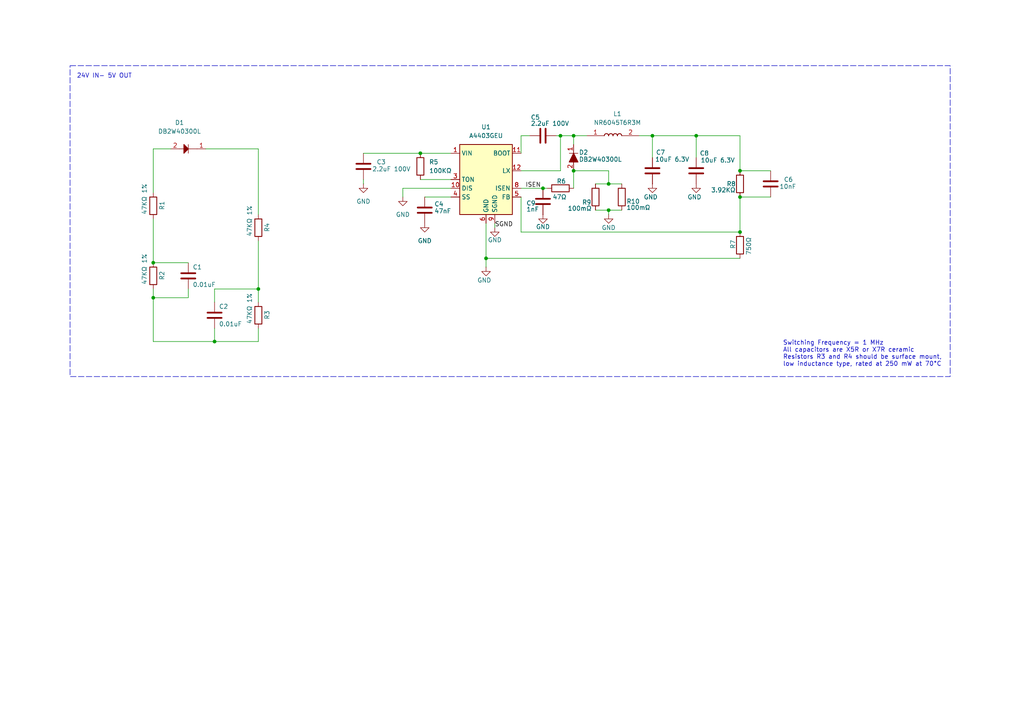
<source format=kicad_sch>
(kicad_sch (version 20231120) (generator "eeschema") (generator_version "8.0")
  (paper "A4")
  (lib_symbols
    (symbol "C_1" (pin_numbers hide) (pin_names (offset 0.254))
      (property "Reference" "C9" (at -4.826 -0.508 0))
      (property "Value" "1nF" (at -4.826 -2.286 0))
      (symbol "C_1_0_1"
        (polyline (pts (xy -2.032 -0.762) (xy 2.032 -0.762)) (stroke (width 0.508)))
        (polyline (pts (xy -2.032 0.762) (xy 2.032 0.762)) (stroke (width 0.508)))
      )
      (symbol "C_1_1_1"
        (pin passive line (at 0 3.81 270) (length 2.794) (name "~") (number "1"))
        (pin passive line (at 0 -3.81 90) (length 2.794) (name "~") (number "2"))
      )
    )
    (symbol "DB2W40300L:DB2W40300L" (pin_names (offset 0.762))
      (property "Reference" "D1" (at 7.62 -7.62 0))
      (property "Value" "DB2W40300L" (at 7.62 -5.08 0))
      (symbol "DB2W40300L_0_0"
        (pin passive line (at 0 0 0) (length 2.54) (name "~") (number "1"))
        (pin passive line (at 10.16 0 180) (length 2.54) (name "~") (number "2"))
      )
      (symbol "DB2W40300L_0_1"
        (polyline (pts (xy 2.54 0) (xy 5.08 0)) (stroke (width 0.1524)))
        (polyline (pts (xy 5.08 1.27) (xy 5.08 -1.27)) (stroke (width 0.1524)))
        (polyline (pts (xy 6.35 0) (xy 7.62 0)) (stroke (width 0.1524)))
        (polyline (pts (xy 5.08 0) (xy 6.35 1.27) (xy 6.35 -1.27) (xy 5.08 0)) (stroke (width 0.254)) (fill (type outline)))
      )
    )
    (symbol "DB2W40300L_1" (pin_names (offset 0.762))
      (property "Reference" "D2" (at 4.826 1.524 90))
      (property "Value" "DB2W40300L" (at 6.858 1.524 90))
      (symbol "DB2W40300L_1_0_0"
        (pin passive line (at 2.54 0 0) (length 2.54) (name "~") (number "1"))
        (pin passive line (at 10.16 0 180) (length 2.54) (name "~") (number "2"))
      )
      (symbol "DB2W40300L_1_0_1"
        (polyline (pts (xy 5.08 1.27) (xy 5.08 -1.27)) (stroke (width 0.1524)))
        (polyline (pts (xy 5.08 0) (xy 7.62 1.27) (xy 7.62 -1.27) (xy 5.08 0)) (stroke (width 0.254)) (fill (type outline)))
      )
    )
    (symbol "Device:C" (pin_numbers hide) (pin_names (offset 0.254))
      (property "Reference" "C" (at 0.635 2.54 0))
      (property "Value" "C" (at 0.635 -2.54 0))
      (symbol "C_0_1"
        (polyline (pts (xy -2.032 -0.762) (xy 2.032 -0.762)) (stroke (width 0.508)))
        (polyline (pts (xy -2.032 0.762) (xy 2.032 0.762)) (stroke (width 0.508)))
      )
      (symbol "C_1_1"
        (pin passive line (at 0 3.81 270) (length 2.794) (name "~") (number "1"))
        (pin passive line (at 0 -3.81 90) (length 2.794) (name "~") (number "2"))
      )
    )
    (symbol "Device:R" (pin_numbers hide) (pin_names (offset 0))
      (property "Reference" "R" (at 2.032 0 90))
      (property "Value" "R" (at 0 0 90))
      (symbol "R_0_1"
        (rectangle (start -1.016 -2.54) (end 1.016 2.54) (stroke (width 0.254)))
      )
      (symbol "R_1_1"
        (pin passive line (at 0 3.81 270) (length 1.27) (name "~") (number "1"))
        (pin passive line (at 0 -3.81 90) (length 1.27) (name "~") (number "2"))
      )
    )
    (symbol "NR6045T6R3M:NR6045T6R3M" (pin_names hide)
      (property "Reference" "L1" (at 10.16 6.35 0))
      (property "Value" "NR6045T6R3M" (at 10.16 3.81 0))
      (symbol "NR6045T6R3M_1_1"
        (arc (start 7.62 0) (mid 6.985 0.6103) (end 6.35 0) (stroke (width 0.254)))
        (arc (start 8.89 0) (mid 8.255 0.6103) (end 7.62 0) (stroke (width 0.254)))
        (arc (start 10.16 0) (mid 9.525 0.6103) (end 8.89 0) (stroke (width 0.254)))
        (arc (start 11.43 0) (mid 10.795 0.6103) (end 10.16 0) (stroke (width 0.254)))
        (pin passive line (at 1.27 0 0) (length 5.08) (name "1") (number "1"))
        (pin passive line (at 16.51 0 180) (length 5.08) (name "2") (number "2"))
      )
    )
    (symbol "Regulator_Switching:A4403GEU"
      (property "Reference" "U" (at -6.35 11.43 0))
      (property "Value" "A4403GEU" (at -2.54 11.43 0))
      (symbol "A4403GEU_0_1"
        (rectangle (start -7.62 10.16) (end 7.62 -10.16) (stroke (width 0.254)) (fill (type background)))
      )
      (symbol "A4403GEU_1_1"
        (pin power_in line (at -10.16 7.62 0) (length 2.54) (name "VIN") (number "1"))
        (pin input line (at -10.16 -2.54 0) (length 2.54) (name "DIS") (number "10"))
        (pin passive line (at 10.16 7.62 180) (length 2.54) (name "BOOT") (number "11"))
        (pin passive line (at 10.16 2.54 180) (length 2.54) (name "LX") (number "12"))
        (pin passive line (at 0 -12.7 90) (length 2.54) hide (name "GND") (number "13"))
        (pin passive line (at 0 -12.7 90) (length 2.54) hide (name "GND") (number "14"))
        (pin passive line (at 0 -12.7 90) (length 2.54) hide (name "GND") (number "15"))
        (pin passive line (at 0 -12.7 90) (length 2.54) hide (name "GND") (number "16"))
        (pin passive line (at 0 -12.7 90) (length 2.54) hide (name "GND") (number "17"))
        (pin passive line (at 0 -12.7 90) (length 2.54) hide (name "GND") (number "2"))
        (pin passive line (at -10.16 0 0) (length 2.54) (name "TON") (number "3"))
        (pin passive line (at -10.16 -5.08 0) (length 2.54) (name "SS") (number "4"))
        (pin passive line (at 10.16 -5.08 180) (length 2.54) (name "FB") (number "5"))
        (pin power_in line (at 0 -12.7 90) (length 2.54) (name "GND") (number "6"))
        (pin passive line (at 0 -12.7 90) (length 2.54) hide (name "GND") (number "7"))
        (pin passive line (at 10.16 -2.54 180) (length 2.54) (name "ISEN") (number "8"))
        (pin passive line (at 2.54 -12.7 90) (length 2.54) (name "SGND") (number "9"))
      )
    )
    (symbol "power:GND" (power) (pin_numbers hide) (pin_names (offset 0) hide)
      (property "Value" "GND" (at 0 -3.81 0))
      (symbol "GND_0_1"
        (polyline (pts (xy 0 0) (xy 0 -1.27) (xy 1.27 -1.27) (xy 0 -2.54) (xy -1.27 -1.27) (xy 0 -1.27)))
      )
      (symbol "GND_1_1"
        (pin power_in line (at 0 0 270) (length 0) (name "~") (number "1"))
      )
    )
  )
  (junction (at 166.37 39.37))
  (junction (at 74.93 83.82))
  (junction (at 44.45 86.36))
  (junction (at 62.23 99.06))
  (junction (at 214.63 67.31))
  (junction (at 157.48 54.61))
  (junction (at 162.56 39.37))
  (junction (at 214.63 49.53))
  (junction (at 176.53 53.34))
  (junction (at 121.92 44.45))
  (junction (at 189.23 39.37))
  (junction (at 176.53 60.96))
  (junction (at 201.93 39.37))
  (junction (at 214.63 57.15))
  (junction (at 44.45 76.2))
  (junction (at 140.97 74.93))
  (junction (at 166.37 49.53))
  (wire (pts (xy 74.93 69.85) (xy 74.93 83.82)))
  (wire (pts (xy 214.63 39.37) (xy 214.63 49.53)))
  (wire (pts (xy 140.97 74.93) (xy 214.63 74.93)))
  (wire (pts (xy 44.45 63.5) (xy 44.45 76.2)))
  (wire (pts (xy 176.53 53.34) (xy 176.53 49.53)))
  (wire (pts (xy 176.53 53.34) (xy 180.34 53.34)))
  (wire (pts (xy 176.53 60.96) (xy 180.34 60.96)))
  (wire (pts (xy 161.29 39.37) (xy 162.56 39.37)))
  (wire (pts (xy 140.97 64.77) (xy 140.97 74.93)))
  (wire (pts (xy 74.93 43.18) (xy 59.69 43.18)))
  (wire (pts (xy 176.53 62.23) (xy 176.53 60.96)))
  (wire (pts (xy 151.13 44.45) (xy 151.13 39.37)))
  (wire (pts (xy 44.45 99.06) (xy 44.45 86.36)))
  (wire (pts (xy 74.93 99.06) (xy 62.23 99.06)))
  (wire (pts (xy 151.13 57.15) (xy 151.13 67.31)))
  (wire (pts (xy 157.48 54.61) (xy 158.75 54.61)))
  (wire (pts (xy 62.23 87.63) (xy 62.23 83.82)))
  (wire (pts (xy 62.23 99.06) (xy 62.23 95.25)))
  (wire (pts (xy 44.45 76.2) (xy 54.61 76.2)))
  (wire (pts (xy 214.63 57.15) (xy 223.52 57.15)))
  (wire (pts (xy 151.13 67.31) (xy 214.63 67.31)))
  (wire (pts (xy 151.13 49.53) (xy 162.56 49.53)))
  (wire (pts (xy 54.61 83.82) (xy 54.61 86.36)))
  (wire (pts (xy 130.81 54.61) (xy 116.84 54.61)))
  (wire (pts (xy 185.42 39.37) (xy 189.23 39.37)))
  (wire (pts (xy 189.23 45.72) (xy 189.23 39.37)))
  (wire (pts (xy 162.56 39.37) (xy 166.37 39.37)))
  (wire (pts (xy 176.53 49.53) (xy 166.37 49.53)))
  (wire (pts (xy 201.93 39.37) (xy 214.63 39.37)))
  (wire (pts (xy 116.84 54.61) (xy 116.84 57.15)))
  (wire (pts (xy 74.93 62.23) (xy 74.93 43.18)))
  (wire (pts (xy 201.93 39.37) (xy 201.93 45.72)))
  (wire (pts (xy 54.61 86.36) (xy 44.45 86.36)))
  (wire (pts (xy 151.13 54.61) (xy 157.48 54.61)))
  (wire (pts (xy 105.41 52.07) (xy 105.41 53.34)))
  (wire (pts (xy 140.97 77.47) (xy 140.97 74.93)))
  (wire (pts (xy 105.41 44.45) (xy 121.92 44.45)))
  (wire (pts (xy 44.45 43.18) (xy 49.53 43.18)))
  (wire (pts (xy 44.45 43.18) (xy 44.45 55.88)))
  (wire (pts (xy 74.93 95.25) (xy 74.93 99.06)))
  (wire (pts (xy 172.72 53.34) (xy 176.53 53.34)))
  (wire (pts (xy 151.13 39.37) (xy 153.67 39.37)))
  (wire (pts (xy 62.23 83.82) (xy 74.93 83.82)))
  (wire (pts (xy 214.63 57.15) (xy 214.63 67.31)))
  (wire (pts (xy 143.51 66.04) (xy 143.51 64.77)))
  (wire (pts (xy 123.19 57.15) (xy 130.81 57.15)))
  (wire (pts (xy 121.92 44.45) (xy 130.81 44.45)))
  (wire (pts (xy 214.63 49.53) (xy 223.52 49.53)))
  (wire (pts (xy 189.23 39.37) (xy 201.93 39.37)))
  (wire (pts (xy 44.45 86.36) (xy 44.45 83.82)))
  (wire (pts (xy 162.56 39.37) (xy 162.56 49.53)))
  (wire (pts (xy 166.37 49.53) (xy 166.37 54.61)))
  (wire (pts (xy 121.92 52.07) (xy 130.81 52.07)))
  (wire (pts (xy 166.37 39.37) (xy 166.37 41.91)))
  (wire (pts (xy 166.37 39.37) (xy 170.18 39.37)))
  (wire (pts (xy 74.93 83.82) (xy 74.93 87.63)))
  (wire (pts (xy 172.72 60.96) (xy 176.53 60.96)))
  (wire (pts (xy 62.23 99.06) (xy 44.45 99.06)))
  (rectangle (start 20.32 19.05) (end 275.59 109.22) (stroke (width 0) (type dash)))
  (text "Switching Frequency = 1 MHz\nAll capacitors are X5R or X7R ceramic\nResistors R3 and R4 should be surface mount, \nlow inductance type, rated at 250 mW at 70°C" (at 227.076 102.616 0) (effects (font (size 1.27 1.27)) (justify left)))
  (text "24V IN- 5V OUT  " (at 31.242 22.098 0) (effects (font (size 1.27 1.27))))
  (label "SGND" (at 143.51 66.04 0))
  (label "ISEN" (at 152.4 54.61 0))
  (symbol (lib_id "power:GND") (at 105.41 53.34 0) (unit 1)
    (property "Reference" "#PWR01" (effects (hide yes)))
    (property "Value" "GND" (at 105.41 58.42 0))
    (property "Description" "Power symbol creates a global label with name \"GND\" , ground" (effects (hide yes)))
  )
  (symbol (lib_id "power:GND") (at 123.19 64.77 0) (unit 1)
    (property "Reference" "#PWR02" (effects (hide yes)))
    (property "Value" "GND" (at 123.19 69.85 0))
    (property "Description" "Power symbol creates a global label with name \"GND\" , ground" (effects (hide yes)))
  )
  (symbol (lib_id "Device:R") (at 162.56 54.61 270) (unit 1)
    (property "Reference" "R6" (at 162.814 52.578 90))
    (property "Value" "47Ω" (at 162.306 57.15 90))
    (property "Footprint" "Resistor_SMD:R_0805_2012Metric" (effects (hide yes)))
    (property "Description" "Resistor" (effects (hide yes)))
  )
  (symbol (lib_id "Device:R") (at 214.63 53.34 0) (unit 1)
    (property "Reference" "R8" (at 212.09 53.34 0))
    (property "Value" "3.92KΩ" (at 209.804 55.118 0))
    (property "Footprint" "Resistor_SMD:R_0805_2012Metric" (effects (hide yes)))
    (property "Description" "Resistor" (effects (hide yes)))
  )
  (symbol (lib_name "DB2W40300L_1") (lib_id "DB2W40300L:DB2W40300L") (at 166.37 39.37 270) (unit 1)
    (property "Reference" "D2" (at 167.894 44.196 90) (effects (justify left)))
    (property "Value" "DB2W40300L" (at 167.894 46.228 90) (effects (justify left)))
    (property "Footprint" "SODFL3516X85N" (effects (hide yes)))
    (property "Datasheet" "https://componentsearchengine.com/Datasheets/1/DB2W40300L.pdf" (effects (hide yes)))
    (property "Description" "Panasonic DB2W40300L, SMT Schottky Diode, 40V 3A, 15ns, 2-Pin Mini2-F3-AB" (effects (hide yes)))
    (property "Description_1" "Panasonic DB2W40300L, SMT Schottky Diode, 40V 3A, 15ns, 2-Pin Mini2-F3-AB" (effects (hide yes)))
    (property "Height" "0.85" (effects (hide yes)))
    (property "Mouser Part Number" "667-DB2W40300L" (effects (hide yes)))
    (property "Mouser Price/Stock" "https://www.mouser.com/Search/Refine.aspx?Keyword=667-DB2W40300L" (effects (hide yes)))
    (property "Manufacturer_Name" "Panasonic" (effects (hide yes)))
    (property "Manufacturer_Part_Number" "DB2W40300L" (effects (hide yes)))
  )
  (symbol (lib_id "Device:C") (at 62.23 91.44 0) (unit 1)
    (property "Reference" "C2" (at 63.5 88.9 0) (effects (justify left)))
    (property "Value" "0.01uF" (at 63.5 93.98 0) (effects (justify left)))
    (property "Footprint" "Capacitor_SMD:C_0805_2012Metric" (effects (hide yes)))
    (property "Description" "Unpolarized capacitor" (effects (hide yes)))
  )
  (symbol (lib_id "Device:C") (at 201.93 49.53 0) (unit 1)
    (property "Reference" "C8" (at 202.946 44.45 0) (effects (justify left)))
    (property "Value" "10uF 6.3V" (at 203.2 46.482 0) (effects (justify left)))
    (property "Footprint" "Capacitor_SMD:C_0805_2012Metric" (effects (hide yes)))
    (property "Description" "Unpolarized capacitor" (effects (hide yes)))
  )
  (symbol (lib_id "Device:C") (at 54.61 80.01 0) (unit 1)
    (property "Reference" "C1" (at 55.88 77.47 0) (effects (justify left)))
    (property "Value" "0.01uF" (at 55.88 82.55 0) (effects (justify left)))
    (property "Footprint" "Capacitor_SMD:C_0805_2012Metric" (effects (hide yes)))
    (property "Description" "Unpolarized capacitor" (effects (hide yes)))
  )
  (symbol (lib_id "DB2W40300L:DB2W40300L") (at 59.69 43.18 180) (unit 1)
    (property "Reference" "D1" (at 52.07 35.56 0))
    (property "Value" "DB2W40300L" (at 52.07 38.1 0))
    (property "Footprint" "SODFL3516X85N" (effects (hide yes)))
    (property "Datasheet" "https://componentsearchengine.com/Datasheets/1/DB2W40300L.pdf" (effects (hide yes)))
    (property "Description" "Panasonic DB2W40300L, SMT Schottky Diode, 40V 3A, 15ns, 2-Pin Mini2-F3-AB" (effects (hide yes)))
    (property "Description_1" "Panasonic DB2W40300L, SMT Schottky Diode, 40V 3A, 15ns, 2-Pin Mini2-F3-AB" (effects (hide yes)))
    (property "Height" "0.85" (effects (hide yes)))
    (property "Mouser Part Number" "667-DB2W40300L" (effects (hide yes)))
    (property "Mouser Price/Stock" "https://www.mouser.com/Search/Refine.aspx?Keyword=667-DB2W40300L" (effects (hide yes)))
    (property "Manufacturer_Name" "Panasonic" (effects (hide yes)))
    (property "Manufacturer_Part_Number" "DB2W40300L" (effects (hide yes)))
  )
  (symbol (lib_id "Device:R") (at 44.45 59.69 0) (unit 1)
    (property "Reference" "R1" (at 46.99 60.96 90) (effects (justify left)))
    (property "Value" "47KΩ 1%" (at 41.91 62.23 90) (effects (justify left)))
    (property "Footprint" "Resistor_SMD:R_0805_2012Metric" (effects (hide yes)))
    (property "Description" "Resistor" (effects (hide yes)))
  )
  (symbol (lib_id "power:GND") (at 140.97 77.47 0) (unit 1)
    (property "Reference" "#PWR04" (effects (hide yes)))
    (property "Value" "GND" (at 140.462 81.28 0))
    (property "Description" "Power symbol creates a global label with name \"GND\" , ground" (effects (hide yes)))
  )
  (symbol (lib_id "Device:R") (at 121.92 48.26 0) (unit 1)
    (property "Reference" "R5" (at 124.46 46.9899 0) (effects (justify left)))
    (property "Value" "100KΩ" (at 124.46 49.5299 0) (effects (justify left)))
    (property "Footprint" "Resistor_SMD:R_0805_2012Metric" (effects (hide yes)))
    (property "Description" "Resistor" (effects (hide yes)))
  )
  (symbol (lib_id "Device:C") (at 105.41 48.26 0) (unit 1)
    (property "Reference" "C3" (at 109.22 46.9899 0) (effects (justify left)))
    (property "Value" "2.2uF 100V" (at 107.95 49.022 0) (effects (justify left)))
    (property "Footprint" "Capacitor_SMD:C_0805_2012Metric" (effects (hide yes)))
    (property "Description" "Unpolarized capacitor" (effects (hide yes)))
  )
  (symbol (lib_id "power:GND") (at 201.93 53.34 0) (unit 1)
    (property "Reference" "#PWR06" (effects (hide yes)))
    (property "Value" "GND" (at 201.422 57.15 0))
    (property "Description" "Power symbol creates a global label with name \"GND\" , ground" (effects (hide yes)))
  )
  (symbol (lib_id "Device:R") (at 214.63 71.12 0) (unit 1)
    (property "Reference" "R7" (at 212.598 70.866 90))
    (property "Value" "750Ω" (at 217.17 71.374 90))
    (property "Footprint" "Resistor_SMD:R_0805_2012Metric" (effects (hide yes)))
    (property "Description" "Resistor" (effects (hide yes)))
  )
  (symbol (lib_id "Device:C") (at 123.19 60.96 0) (unit 1)
    (property "Reference" "C4" (at 125.984 59.182 0) (effects (justify left)))
    (property "Value" "47nF" (at 125.984 61.214 0) (effects (justify left)))
    (property "Description" "Unpolarized capacitor" (effects (hide yes)))
  )
  (symbol (lib_id "Device:R") (at 172.72 57.15 180) (unit 1)
    (property "Reference" "R9" (at 170.18 58.674 0))
    (property "Value" "100mΩ" (at 168.148 60.452 0))
    (property "Footprint" "Resistor_SMD:R_0805_2012Metric" (effects (hide yes)))
    (property "Description" "Resistor" (effects (hide yes)))
  )
  (symbol (lib_name "C_1") (lib_id "Device:C") (at 157.48 58.42 0) (unit 1)
    (property "Reference" "C9" (at 152.654 58.928 0) (effects (justify left)))
    (property "Value" "1nF" (at 152.654 60.706 0) (effects (justify left)))
    (property "Footprint" "Capacitor_SMD:C_0805_2012Metric" (effects (hide yes)))
    (property "Description" "Unpolarized capacitor" (effects (hide yes)))
  )
  (symbol (lib_id "power:GND") (at 189.23 53.34 0) (unit 1)
    (property "Reference" "#PWR05" (effects (hide yes)))
    (property "Value" "GND" (at 188.722 57.15 0))
    (property "Description" "Power symbol creates a global label with name \"GND\" , ground" (effects (hide yes)))
  )
  (symbol (lib_id "NR6045T6R3M:NR6045T6R3M") (at 168.91 39.37 0) (unit 1)
    (property "Reference" "L1" (at 179.07 33.02 0))
    (property "Value" "NR6045T6R3M" (at 179.07 35.56 0))
    (property "Footprint" "INDM6060X450N" (effects (hide yes)))
    (property "Datasheet" "https://componentsearchengine.com/Datasheets/1/NR6045T6R3M.pdf" (effects (hide yes)))
    (property "Description" "NR6045T6R3M" (effects (hide yes)))
    (property "Height" "4.5" (effects (hide yes)))
    (property "Mouser Part Number" "963-NR6045T6R3M" (effects (hide yes)))
    (property "Mouser Price/Stock" "https://www.mouser.co.uk/ProductDetail/TAIYO-YUDEN/NR6045T6R3M?qs=PzICbMaShUel2fssHraXtA%3D%3D" (effects (hide yes)))
    (property "Manufacturer_Name" "TAIYO YUDEN" (effects (hide yes)))
    (property "Manufacturer_Part_Number" "NR6045T6R3M" (effects (hide yes)))
  )
  (symbol (lib_id "power:GND") (at 176.53 62.23 0) (unit 1)
    (property "Reference" "#PWR07" (effects (hide yes)))
    (property "Value" "GND" (at 176.53 66.04 0))
    (property "Description" "Power symbol creates a global label with name \"GND\" , ground" (effects (hide yes)))
  )
  (symbol (lib_id "Device:C") (at 189.23 49.53 0) (unit 1)
    (property "Reference" "C7" (at 190.246 44.196 0) (effects (justify left)))
    (property "Value" "10uF 6.3V" (at 189.992 46.228 0) (effects (justify left)))
    (property "Footprint" "Capacitor_SMD:C_0805_2012Metric" (effects (hide yes)))
    (property "Description" "Unpolarized capacitor" (effects (hide yes)))
  )
  (symbol (lib_id "Device:R") (at 74.93 66.04 0) (unit 1)
    (property "Reference" "R4" (at 77.47 67.31 90) (effects (justify left)))
    (property "Value" "47KΩ 1%" (at 72.39 68.58 90) (effects (justify left)))
    (property "Footprint" "Resistor_SMD:R_0805_2012Metric" (effects (hide yes)))
    (property "Description" "Resistor" (effects (hide yes)))
  )
  (symbol (lib_id "power:GND") (at 143.51 66.04 0) (unit 1)
    (property "Reference" "#PWR09" (effects (hide yes)))
    (property "Value" "GND" (at 143.51 69.596 0))
    (property "Description" "Power symbol creates a global label with name \"GND\" , ground" (effects (hide yes)))
  )
  (symbol (lib_id "Device:C") (at 223.52 53.34 0) (unit 1)
    (property "Reference" "C6" (at 227.33 52.0699 0) (effects (justify left)))
    (property "Value" "10nF" (at 226.06 54.102 0) (effects (justify left)))
    (property "Footprint" "Capacitor_SMD:C_0805_2012Metric" (effects (hide yes)))
    (property "Description" "Unpolarized capacitor" (effects (hide yes)))
  )
  (symbol (lib_id "Device:R") (at 180.34 57.15 180) (unit 1)
    (property "Reference" "R10" (at 183.642 58.42 0))
    (property "Value" "100mΩ" (at 185.166 60.198 0))
    (property "Footprint" "Resistor_SMD:R_0805_2012Metric" (effects (hide yes)))
    (property "Description" "Resistor" (effects (hide yes)))
  )
  (symbol (lib_id "Device:C") (at 157.48 39.37 270) (unit 1)
    (property "Reference" "C5" (at 153.924 34.036 90) (effects (justify left)))
    (property "Value" "2.2uF 100V" (at 153.924 35.814 90) (effects (justify left)))
    (property "Footprint" "Capacitor_SMD:C_0805_2012Metric" (effects (hide yes)))
    (property "Description" "Unpolarized capacitor" (effects (hide yes)))
  )
  (symbol (lib_id "Device:R") (at 44.45 80.01 0) (unit 1)
    (property "Reference" "R2" (at 46.99 81.28 90) (effects (justify left)))
    (property "Value" "47KΩ 1%" (at 41.91 82.55 90) (effects (justify left)))
    (property "Footprint" "Resistor_SMD:R_0805_2012Metric" (effects (hide yes)))
    (property "Description" "Resistor" (effects (hide yes)))
  )
  (symbol (lib_id "power:GND") (at 116.84 57.15 0) (unit 1)
    (property "Reference" "#PWR03" (effects (hide yes)))
    (property "Value" "GND" (at 116.84 62.23 0))
    (property "Description" "Power symbol creates a global label with name \"GND\" , ground" (effects (hide yes)))
  )
  (symbol (lib_id "power:GND") (at 157.48 62.23 0) (unit 1)
    (property "Reference" "#PWR08" (effects (hide yes)))
    (property "Value" "GND" (at 157.48 65.786 0))
    (property "Description" "Power symbol creates a global label with name \"GND\" , ground" (effects (hide yes)))
  )
  (symbol (lib_id "Device:R") (at 74.93 91.44 0) (unit 1)
    (property "Reference" "R3" (at 77.47 92.71 90) (effects (justify left)))
    (property "Value" "47KΩ 1%" (at 72.39 93.98 90) (effects (justify left)))
    (property "Footprint" "Resistor_SMD:R_0805_2012Metric" (effects (hide yes)))
    (property "Description" "Resistor" (effects (hide yes)))
  )
  (symbol (lib_id "Regulator_Switching:A4403GEU") (at 140.97 52.07 0) (unit 1)
    (property "Reference" "U1" (at 140.97 36.83 0))
    (property "Value" "A4403GEU" (at 140.97 39.37 0))
    (property "Footprint" "Package_DFN_QFN:QFN-16-1EP_4x4mm_P0.65mm_EP2.7x2.7mm" (effects (hide yes)))
    (property "Datasheet" "https://www.allegromicro.com/~/media/Files/Datasheets/A4403-Datasheet.ashx" (effects (hide yes)))
    (property "Description" "Valley current mode buck converter, 46V, 3A, up to 2MHz, QFN-16" (effects (hide yes)))
  )
)
</source>
